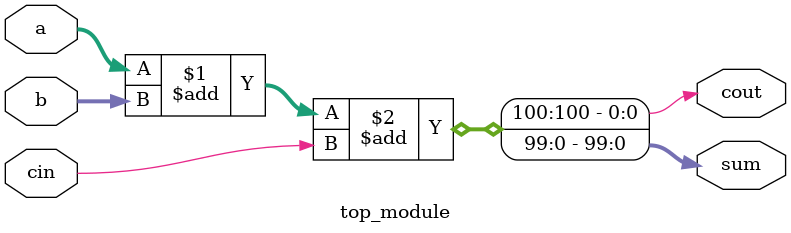
<source format=v>
module top_module( 
    input [99:0] a, b,
    input cin,
    output cout,
    output [99:0] sum );
  
    assign {cout,sum}=a+b+cin;
    
endmodule

</source>
